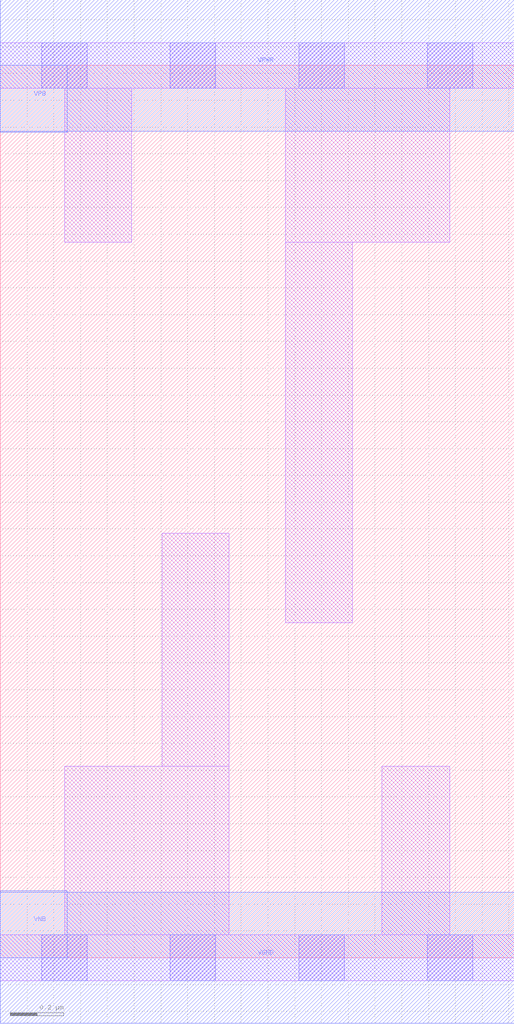
<source format=lef>
# Copyright 2020 The SkyWater PDK Authors
#
# Licensed under the Apache License, Version 2.0 (the "License");
# you may not use this file except in compliance with the License.
# You may obtain a copy of the License at
#
#     https://www.apache.org/licenses/LICENSE-2.0
#
# Unless required by applicable law or agreed to in writing, software
# distributed under the License is distributed on an "AS IS" BASIS,
# WITHOUT WARRANTIES OR CONDITIONS OF ANY KIND, either express or implied.
# See the License for the specific language governing permissions and
# limitations under the License.
#
# SPDX-License-Identifier: Apache-2.0

VERSION 5.5 ;
NAMESCASESENSITIVE ON ;
BUSBITCHARS "[]" ;
DIVIDERCHAR "/" ;
MACRO sky130_fd_sc_hs__decap_4
  CLASS CORE ;
  SOURCE USER ;
  ORIGIN  0.000000  0.000000 ;
  SIZE  1.920000 BY  3.330000 ;
  SYMMETRY X Y ;
  SITE unit ;
  PIN VGND
    DIRECTION INOUT ;
    USE GROUND ;
    PORT
      LAYER met1 ;
        RECT 0.000000 -0.245000 1.920000 0.245000 ;
    END
  END VGND
  PIN VNB
    DIRECTION INOUT ;
    USE GROUND ;
    PORT
      LAYER met1 ;
        RECT 0.000000 0.000000 0.250000 0.250000 ;
    END
  END VNB
  PIN VPB
    DIRECTION INOUT ;
    USE POWER ;
    PORT
      LAYER met1 ;
        RECT 0.000000 3.080000 0.250000 3.330000 ;
    END
  END VPB
  PIN VPWR
    DIRECTION INOUT ;
    USE POWER ;
    PORT
      LAYER met1 ;
        RECT 0.000000 3.085000 1.920000 3.575000 ;
    END
  END VPWR
  OBS
    LAYER li1 ;
      RECT 0.000000 -0.085000 1.920000 0.085000 ;
      RECT 0.000000  3.245000 1.920000 3.415000 ;
      RECT 0.240000  0.085000 0.855000 0.715000 ;
      RECT 0.240000  2.670000 0.490000 3.245000 ;
      RECT 0.605000  0.715000 0.855000 1.585000 ;
      RECT 1.065000  1.250000 1.315000 2.670000 ;
      RECT 1.065000  2.670000 1.680000 3.245000 ;
      RECT 1.425000  0.085000 1.680000 0.715000 ;
    LAYER mcon ;
      RECT 0.155000 -0.085000 0.325000 0.085000 ;
      RECT 0.155000  3.245000 0.325000 3.415000 ;
      RECT 0.635000 -0.085000 0.805000 0.085000 ;
      RECT 0.635000  3.245000 0.805000 3.415000 ;
      RECT 1.115000 -0.085000 1.285000 0.085000 ;
      RECT 1.115000  3.245000 1.285000 3.415000 ;
      RECT 1.595000 -0.085000 1.765000 0.085000 ;
      RECT 1.595000  3.245000 1.765000 3.415000 ;
  END
END sky130_fd_sc_hs__decap_4
END LIBRARY

</source>
